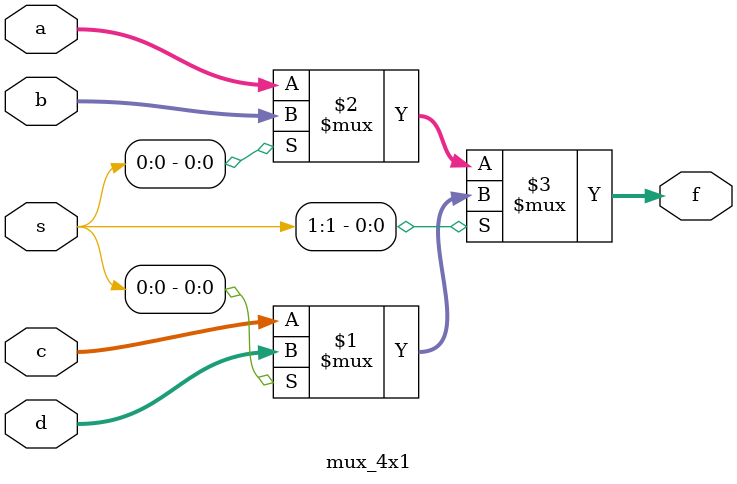
<source format=v>
`timescale 1ns / 1ps


module mux_4x1(
    input [3:0]a,
    input [3:0]b,
    input [3:0]c,
    input [3:0]d,
    input [2:0]s,
    output [3:0]f
    );
    assign f = s[1]? ( s[0]? d : c ) : ( s[0] ? b : a ) ;

endmodule

</source>
